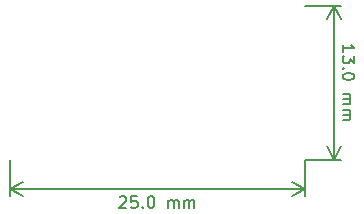
<source format=gbr>
G04 #@! TF.GenerationSoftware,KiCad,Pcbnew,(5.99.0-6495-g15369915cc)*
G04 #@! TF.CreationDate,2020-10-24T17:34:59+02:00*
G04 #@! TF.ProjectId,EVAL-MP8862,4556414c-2d4d-4503-9838-36322e6b6963,1B*
G04 #@! TF.SameCoordinates,Original*
G04 #@! TF.FileFunction,OtherDrawing,Comment*
%FSLAX46Y46*%
G04 Gerber Fmt 4.6, Leading zero omitted, Abs format (unit mm)*
G04 Created by KiCad (PCBNEW (5.99.0-6495-g15369915cc)) date 2020-10-24 17:34:59*
%MOMM*%
%LPD*%
G01*
G04 APERTURE LIST*
%ADD10C,0.150000*%
G04 APERTURE END LIST*
D10*
X105309523Y-104697619D02*
X105357142Y-104650000D01*
X105452380Y-104602380D01*
X105690476Y-104602380D01*
X105785714Y-104650000D01*
X105833333Y-104697619D01*
X105880952Y-104792857D01*
X105880952Y-104888095D01*
X105833333Y-105030952D01*
X105261904Y-105602380D01*
X105880952Y-105602380D01*
X106785714Y-104602380D02*
X106309523Y-104602380D01*
X106261904Y-105078571D01*
X106309523Y-105030952D01*
X106404761Y-104983333D01*
X106642857Y-104983333D01*
X106738095Y-105030952D01*
X106785714Y-105078571D01*
X106833333Y-105173809D01*
X106833333Y-105411904D01*
X106785714Y-105507142D01*
X106738095Y-105554761D01*
X106642857Y-105602380D01*
X106404761Y-105602380D01*
X106309523Y-105554761D01*
X106261904Y-105507142D01*
X107261904Y-105507142D02*
X107309523Y-105554761D01*
X107261904Y-105602380D01*
X107214285Y-105554761D01*
X107261904Y-105507142D01*
X107261904Y-105602380D01*
X107928571Y-104602380D02*
X108023809Y-104602380D01*
X108119047Y-104650000D01*
X108166666Y-104697619D01*
X108214285Y-104792857D01*
X108261904Y-104983333D01*
X108261904Y-105221428D01*
X108214285Y-105411904D01*
X108166666Y-105507142D01*
X108119047Y-105554761D01*
X108023809Y-105602380D01*
X107928571Y-105602380D01*
X107833333Y-105554761D01*
X107785714Y-105507142D01*
X107738095Y-105411904D01*
X107690476Y-105221428D01*
X107690476Y-104983333D01*
X107738095Y-104792857D01*
X107785714Y-104697619D01*
X107833333Y-104650000D01*
X107928571Y-104602380D01*
X109452380Y-105602380D02*
X109452380Y-104935714D01*
X109452380Y-105030952D02*
X109500000Y-104983333D01*
X109595238Y-104935714D01*
X109738095Y-104935714D01*
X109833333Y-104983333D01*
X109880952Y-105078571D01*
X109880952Y-105602380D01*
X109880952Y-105078571D02*
X109928571Y-104983333D01*
X110023809Y-104935714D01*
X110166666Y-104935714D01*
X110261904Y-104983333D01*
X110309523Y-105078571D01*
X110309523Y-105602380D01*
X110785714Y-105602380D02*
X110785714Y-104935714D01*
X110785714Y-105030952D02*
X110833333Y-104983333D01*
X110928571Y-104935714D01*
X111071428Y-104935714D01*
X111166666Y-104983333D01*
X111214285Y-105078571D01*
X111214285Y-105602380D01*
X111214285Y-105078571D02*
X111261904Y-104983333D01*
X111357142Y-104935714D01*
X111500000Y-104935714D01*
X111595238Y-104983333D01*
X111642857Y-105078571D01*
X111642857Y-105602380D01*
X121000000Y-101500000D02*
X121000000Y-104586420D01*
X96000000Y-101500000D02*
X96000000Y-104586420D01*
X121000000Y-104000000D02*
X96000000Y-104000000D01*
X121000000Y-104000000D02*
X96000000Y-104000000D01*
X121000000Y-104000000D02*
X119873497Y-103413580D01*
X121000000Y-104000000D02*
X119873497Y-104586420D01*
X96000000Y-104000000D02*
X97126503Y-104586420D01*
X96000000Y-104000000D02*
X97126503Y-103413580D01*
X124197619Y-92380952D02*
X124197619Y-91809523D01*
X124197619Y-92095238D02*
X125197619Y-92095238D01*
X125054761Y-92000000D01*
X124959523Y-91904761D01*
X124911904Y-91809523D01*
X125197619Y-92714285D02*
X125197619Y-93333333D01*
X124816666Y-93000000D01*
X124816666Y-93142857D01*
X124769047Y-93238095D01*
X124721428Y-93285714D01*
X124626190Y-93333333D01*
X124388095Y-93333333D01*
X124292857Y-93285714D01*
X124245238Y-93238095D01*
X124197619Y-93142857D01*
X124197619Y-92857142D01*
X124245238Y-92761904D01*
X124292857Y-92714285D01*
X124292857Y-93761904D02*
X124245238Y-93809523D01*
X124197619Y-93761904D01*
X124245238Y-93714285D01*
X124292857Y-93761904D01*
X124197619Y-93761904D01*
X125197619Y-94428571D02*
X125197619Y-94523809D01*
X125150000Y-94619047D01*
X125102380Y-94666666D01*
X125007142Y-94714285D01*
X124816666Y-94761904D01*
X124578571Y-94761904D01*
X124388095Y-94714285D01*
X124292857Y-94666666D01*
X124245238Y-94619047D01*
X124197619Y-94523809D01*
X124197619Y-94428571D01*
X124245238Y-94333333D01*
X124292857Y-94285714D01*
X124388095Y-94238095D01*
X124578571Y-94190476D01*
X124816666Y-94190476D01*
X125007142Y-94238095D01*
X125102380Y-94285714D01*
X125150000Y-94333333D01*
X125197619Y-94428571D01*
X124197619Y-95952380D02*
X124864285Y-95952380D01*
X124769047Y-95952380D02*
X124816666Y-96000000D01*
X124864285Y-96095238D01*
X124864285Y-96238095D01*
X124816666Y-96333333D01*
X124721428Y-96380952D01*
X124197619Y-96380952D01*
X124721428Y-96380952D02*
X124816666Y-96428571D01*
X124864285Y-96523809D01*
X124864285Y-96666666D01*
X124816666Y-96761904D01*
X124721428Y-96809523D01*
X124197619Y-96809523D01*
X124197619Y-97285714D02*
X124864285Y-97285714D01*
X124769047Y-97285714D02*
X124816666Y-97333333D01*
X124864285Y-97428571D01*
X124864285Y-97571428D01*
X124816666Y-97666666D01*
X124721428Y-97714285D01*
X124197619Y-97714285D01*
X124721428Y-97714285D02*
X124816666Y-97761904D01*
X124864285Y-97857142D01*
X124864285Y-98000000D01*
X124816666Y-98095238D01*
X124721428Y-98142857D01*
X124197619Y-98142857D01*
X121000000Y-88500000D02*
X124086420Y-88500000D01*
X121000000Y-101500000D02*
X124086420Y-101500000D01*
X123500000Y-88500000D02*
X123500000Y-101500000D01*
X123500000Y-88500000D02*
X123500000Y-101500000D01*
X123500000Y-88500000D02*
X122913580Y-89626503D01*
X123500000Y-88500000D02*
X124086420Y-89626503D01*
X123500000Y-101500000D02*
X124086420Y-100373497D01*
X123500000Y-101500000D02*
X122913580Y-100373497D01*
M02*

</source>
